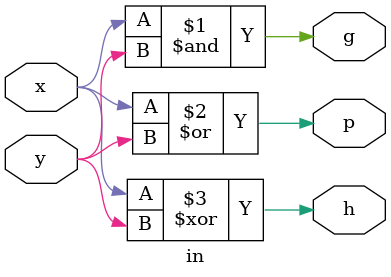
<source format=v>
module in(g,p,h,x,y);

	output g,p,h;
	input x,y;

	and and_g(g,x,y);
	or or_p(p,x,y);
	xor xor_h(h,x,y);

endmodule


</source>
